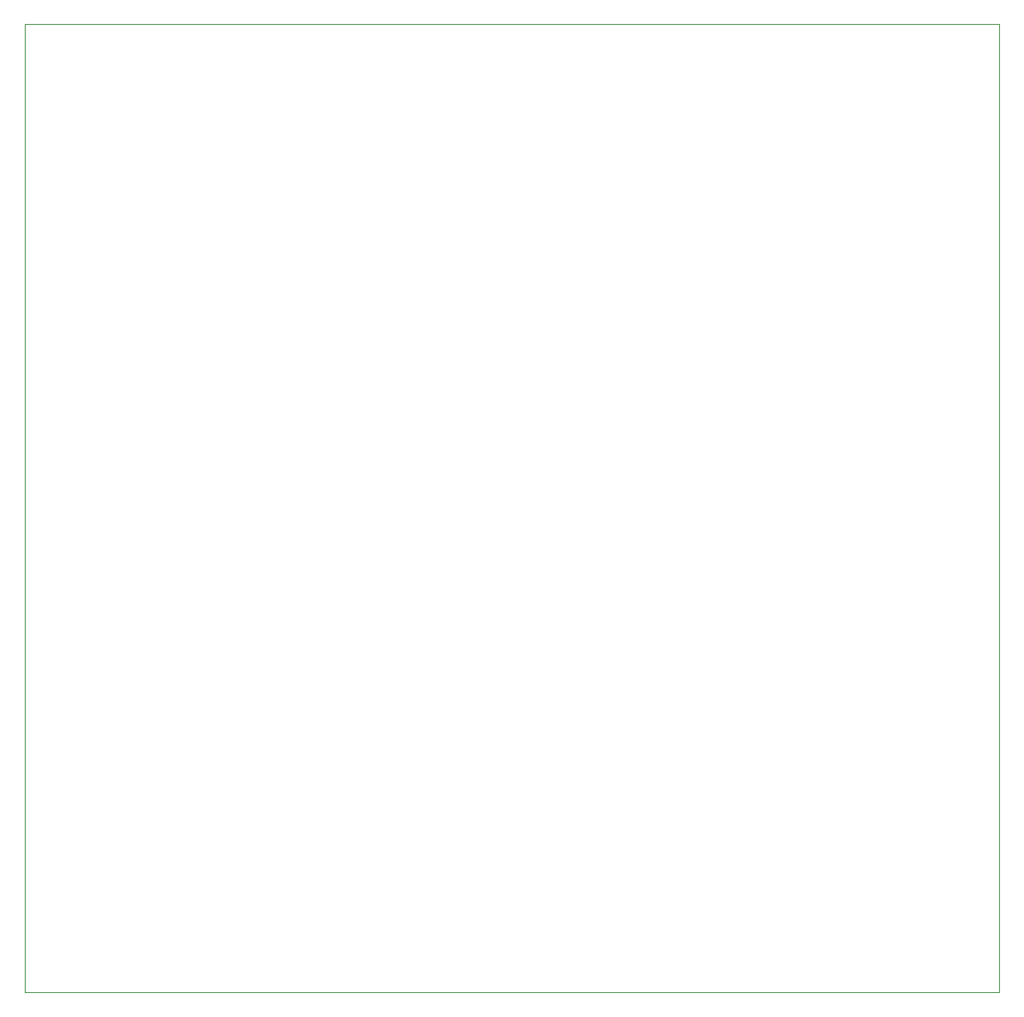
<source format=gm1>
G04 #@! TF.GenerationSoftware,KiCad,Pcbnew,5.1.5-52549c5~84~ubuntu18.04.1*
G04 #@! TF.CreationDate,2019-11-27T16:08:14-05:00*
G04 #@! TF.ProjectId,miniPCB,6d696e69-5043-4422-9e6b-696361645f70,rev?*
G04 #@! TF.SameCoordinates,Original*
G04 #@! TF.FileFunction,Profile,NP*
%FSLAX46Y46*%
G04 Gerber Fmt 4.6, Leading zero omitted, Abs format (unit mm)*
G04 Created by KiCad (PCBNEW 5.1.5-52549c5~84~ubuntu18.04.1) date 2019-11-27 16:08:14*
%MOMM*%
%LPD*%
G04 APERTURE LIST*
%ADD10C,0.050000*%
G04 APERTURE END LIST*
D10*
X87630000Y-131445000D02*
X87630000Y-32385000D01*
X187325000Y-131445000D02*
X87630000Y-131445000D01*
X187325000Y-32385000D02*
X187325000Y-131445000D01*
X87630000Y-32385000D02*
X187325000Y-32385000D01*
M02*

</source>
